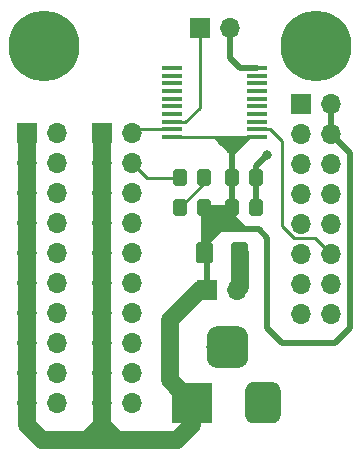
<source format=gbr>
G04 #@! TF.GenerationSoftware,KiCad,Pcbnew,(5.1.0)-1*
G04 #@! TF.CreationDate,2019-05-06T16:05:47+08:00*
G04 #@! TF.ProjectId,rpi0_extern_board,72706930-5f65-4787-9465-726e5f626f61,rev?*
G04 #@! TF.SameCoordinates,Original*
G04 #@! TF.FileFunction,Copper,L1,Top*
G04 #@! TF.FilePolarity,Positive*
%FSLAX46Y46*%
G04 Gerber Fmt 4.6, Leading zero omitted, Abs format (unit mm)*
G04 Created by KiCad (PCBNEW (5.1.0)-1) date 2019-05-06 16:05:47*
%MOMM*%
%LPD*%
G04 APERTURE LIST*
%ADD10C,0.100000*%
%ADD11C,1.150000*%
%ADD12C,3.500000*%
%ADD13C,3.000000*%
%ADD14R,3.500000X3.500000*%
%ADD15O,1.700000X1.700000*%
%ADD16R,1.700000X1.700000*%
%ADD17C,1.425000*%
%ADD18R,1.750000X0.450000*%
%ADD19C,6.000000*%
%ADD20C,0.800000*%
%ADD21C,1.524000*%
%ADD22C,0.508000*%
%ADD23C,0.250000*%
G04 APERTURE END LIST*
D10*
G36*
X117539506Y-64691205D02*
G01*
X117563774Y-64694805D01*
X117587573Y-64700766D01*
X117610672Y-64709031D01*
X117632851Y-64719521D01*
X117653894Y-64732133D01*
X117673600Y-64746748D01*
X117691778Y-64763224D01*
X117708254Y-64781402D01*
X117722869Y-64801108D01*
X117735481Y-64822151D01*
X117745971Y-64844330D01*
X117754236Y-64867429D01*
X117760197Y-64891228D01*
X117763797Y-64915496D01*
X117765001Y-64940000D01*
X117765001Y-65840002D01*
X117763797Y-65864506D01*
X117760197Y-65888774D01*
X117754236Y-65912573D01*
X117745971Y-65935672D01*
X117735481Y-65957851D01*
X117722869Y-65978894D01*
X117708254Y-65998600D01*
X117691778Y-66016778D01*
X117673600Y-66033254D01*
X117653894Y-66047869D01*
X117632851Y-66060481D01*
X117610672Y-66070971D01*
X117587573Y-66079236D01*
X117563774Y-66085197D01*
X117539506Y-66088797D01*
X117515002Y-66090001D01*
X116865000Y-66090001D01*
X116840496Y-66088797D01*
X116816228Y-66085197D01*
X116792429Y-66079236D01*
X116769330Y-66070971D01*
X116747151Y-66060481D01*
X116726108Y-66047869D01*
X116706402Y-66033254D01*
X116688224Y-66016778D01*
X116671748Y-65998600D01*
X116657133Y-65978894D01*
X116644521Y-65957851D01*
X116634031Y-65935672D01*
X116625766Y-65912573D01*
X116619805Y-65888774D01*
X116616205Y-65864506D01*
X116615001Y-65840002D01*
X116615001Y-64940000D01*
X116616205Y-64915496D01*
X116619805Y-64891228D01*
X116625766Y-64867429D01*
X116634031Y-64844330D01*
X116644521Y-64822151D01*
X116657133Y-64801108D01*
X116671748Y-64781402D01*
X116688224Y-64763224D01*
X116706402Y-64746748D01*
X116726108Y-64732133D01*
X116747151Y-64719521D01*
X116769330Y-64709031D01*
X116792429Y-64700766D01*
X116816228Y-64694805D01*
X116840496Y-64691205D01*
X116865000Y-64690001D01*
X117515002Y-64690001D01*
X117539506Y-64691205D01*
X117539506Y-64691205D01*
G37*
D11*
X117190001Y-65390001D03*
D10*
G36*
X115489506Y-64691205D02*
G01*
X115513774Y-64694805D01*
X115537573Y-64700766D01*
X115560672Y-64709031D01*
X115582851Y-64719521D01*
X115603894Y-64732133D01*
X115623600Y-64746748D01*
X115641778Y-64763224D01*
X115658254Y-64781402D01*
X115672869Y-64801108D01*
X115685481Y-64822151D01*
X115695971Y-64844330D01*
X115704236Y-64867429D01*
X115710197Y-64891228D01*
X115713797Y-64915496D01*
X115715001Y-64940000D01*
X115715001Y-65840002D01*
X115713797Y-65864506D01*
X115710197Y-65888774D01*
X115704236Y-65912573D01*
X115695971Y-65935672D01*
X115685481Y-65957851D01*
X115672869Y-65978894D01*
X115658254Y-65998600D01*
X115641778Y-66016778D01*
X115623600Y-66033254D01*
X115603894Y-66047869D01*
X115582851Y-66060481D01*
X115560672Y-66070971D01*
X115537573Y-66079236D01*
X115513774Y-66085197D01*
X115489506Y-66088797D01*
X115465002Y-66090001D01*
X114815000Y-66090001D01*
X114790496Y-66088797D01*
X114766228Y-66085197D01*
X114742429Y-66079236D01*
X114719330Y-66070971D01*
X114697151Y-66060481D01*
X114676108Y-66047869D01*
X114656402Y-66033254D01*
X114638224Y-66016778D01*
X114621748Y-65998600D01*
X114607133Y-65978894D01*
X114594521Y-65957851D01*
X114584031Y-65935672D01*
X114575766Y-65912573D01*
X114569805Y-65888774D01*
X114566205Y-65864506D01*
X114565001Y-65840002D01*
X114565001Y-64940000D01*
X114566205Y-64915496D01*
X114569805Y-64891228D01*
X114575766Y-64867429D01*
X114584031Y-64844330D01*
X114594521Y-64822151D01*
X114607133Y-64801108D01*
X114621748Y-64781402D01*
X114638224Y-64763224D01*
X114656402Y-64746748D01*
X114676108Y-64732133D01*
X114697151Y-64719521D01*
X114719330Y-64709031D01*
X114742429Y-64700766D01*
X114766228Y-64694805D01*
X114790496Y-64691205D01*
X114815000Y-64690001D01*
X115465002Y-64690001D01*
X115489506Y-64691205D01*
X115489506Y-64691205D01*
G37*
D11*
X115140001Y-65390001D03*
D10*
G36*
X115489506Y-67246204D02*
G01*
X115513774Y-67249804D01*
X115537573Y-67255765D01*
X115560672Y-67264030D01*
X115582851Y-67274520D01*
X115603894Y-67287132D01*
X115623600Y-67301747D01*
X115641778Y-67318223D01*
X115658254Y-67336401D01*
X115672869Y-67356107D01*
X115685481Y-67377150D01*
X115695971Y-67399329D01*
X115704236Y-67422428D01*
X115710197Y-67446227D01*
X115713797Y-67470495D01*
X115715001Y-67494999D01*
X115715001Y-68395001D01*
X115713797Y-68419505D01*
X115710197Y-68443773D01*
X115704236Y-68467572D01*
X115695971Y-68490671D01*
X115685481Y-68512850D01*
X115672869Y-68533893D01*
X115658254Y-68553599D01*
X115641778Y-68571777D01*
X115623600Y-68588253D01*
X115603894Y-68602868D01*
X115582851Y-68615480D01*
X115560672Y-68625970D01*
X115537573Y-68634235D01*
X115513774Y-68640196D01*
X115489506Y-68643796D01*
X115465002Y-68645000D01*
X114815000Y-68645000D01*
X114790496Y-68643796D01*
X114766228Y-68640196D01*
X114742429Y-68634235D01*
X114719330Y-68625970D01*
X114697151Y-68615480D01*
X114676108Y-68602868D01*
X114656402Y-68588253D01*
X114638224Y-68571777D01*
X114621748Y-68553599D01*
X114607133Y-68533893D01*
X114594521Y-68512850D01*
X114584031Y-68490671D01*
X114575766Y-68467572D01*
X114569805Y-68443773D01*
X114566205Y-68419505D01*
X114565001Y-68395001D01*
X114565001Y-67494999D01*
X114566205Y-67470495D01*
X114569805Y-67446227D01*
X114575766Y-67422428D01*
X114584031Y-67399329D01*
X114594521Y-67377150D01*
X114607133Y-67356107D01*
X114621748Y-67336401D01*
X114638224Y-67318223D01*
X114656402Y-67301747D01*
X114676108Y-67287132D01*
X114697151Y-67274520D01*
X114719330Y-67264030D01*
X114742429Y-67255765D01*
X114766228Y-67249804D01*
X114790496Y-67246204D01*
X114815000Y-67245000D01*
X115465002Y-67245000D01*
X115489506Y-67246204D01*
X115489506Y-67246204D01*
G37*
D11*
X115140001Y-67945000D03*
D10*
G36*
X117539506Y-67246204D02*
G01*
X117563774Y-67249804D01*
X117587573Y-67255765D01*
X117610672Y-67264030D01*
X117632851Y-67274520D01*
X117653894Y-67287132D01*
X117673600Y-67301747D01*
X117691778Y-67318223D01*
X117708254Y-67336401D01*
X117722869Y-67356107D01*
X117735481Y-67377150D01*
X117745971Y-67399329D01*
X117754236Y-67422428D01*
X117760197Y-67446227D01*
X117763797Y-67470495D01*
X117765001Y-67494999D01*
X117765001Y-68395001D01*
X117763797Y-68419505D01*
X117760197Y-68443773D01*
X117754236Y-68467572D01*
X117745971Y-68490671D01*
X117735481Y-68512850D01*
X117722869Y-68533893D01*
X117708254Y-68553599D01*
X117691778Y-68571777D01*
X117673600Y-68588253D01*
X117653894Y-68602868D01*
X117632851Y-68615480D01*
X117610672Y-68625970D01*
X117587573Y-68634235D01*
X117563774Y-68640196D01*
X117539506Y-68643796D01*
X117515002Y-68645000D01*
X116865000Y-68645000D01*
X116840496Y-68643796D01*
X116816228Y-68640196D01*
X116792429Y-68634235D01*
X116769330Y-68625970D01*
X116747151Y-68615480D01*
X116726108Y-68602868D01*
X116706402Y-68588253D01*
X116688224Y-68571777D01*
X116671748Y-68553599D01*
X116657133Y-68533893D01*
X116644521Y-68512850D01*
X116634031Y-68490671D01*
X116625766Y-68467572D01*
X116619805Y-68443773D01*
X116616205Y-68419505D01*
X116615001Y-68395001D01*
X116615001Y-67494999D01*
X116616205Y-67470495D01*
X116619805Y-67446227D01*
X116625766Y-67422428D01*
X116634031Y-67399329D01*
X116644521Y-67377150D01*
X116657133Y-67356107D01*
X116671748Y-67336401D01*
X116688224Y-67318223D01*
X116706402Y-67301747D01*
X116726108Y-67287132D01*
X116747151Y-67274520D01*
X116769330Y-67264030D01*
X116792429Y-67255765D01*
X116816228Y-67249804D01*
X116840496Y-67246204D01*
X116865000Y-67245000D01*
X117515002Y-67245000D01*
X117539506Y-67246204D01*
X117539506Y-67246204D01*
G37*
D11*
X117190001Y-67945000D03*
D10*
G36*
X115720765Y-78009213D02*
G01*
X115805704Y-78021813D01*
X115888999Y-78042677D01*
X115969848Y-78071605D01*
X116047472Y-78108319D01*
X116121124Y-78152464D01*
X116190094Y-78203616D01*
X116253718Y-78261282D01*
X116311384Y-78324906D01*
X116362536Y-78393876D01*
X116406681Y-78467528D01*
X116443395Y-78545152D01*
X116472323Y-78626001D01*
X116493187Y-78709296D01*
X116505787Y-78794235D01*
X116510000Y-78880000D01*
X116510000Y-80630000D01*
X116505787Y-80715765D01*
X116493187Y-80800704D01*
X116472323Y-80883999D01*
X116443395Y-80964848D01*
X116406681Y-81042472D01*
X116362536Y-81116124D01*
X116311384Y-81185094D01*
X116253718Y-81248718D01*
X116190094Y-81306384D01*
X116121124Y-81357536D01*
X116047472Y-81401681D01*
X115969848Y-81438395D01*
X115888999Y-81467323D01*
X115805704Y-81488187D01*
X115720765Y-81500787D01*
X115635000Y-81505000D01*
X113885000Y-81505000D01*
X113799235Y-81500787D01*
X113714296Y-81488187D01*
X113631001Y-81467323D01*
X113550152Y-81438395D01*
X113472528Y-81401681D01*
X113398876Y-81357536D01*
X113329906Y-81306384D01*
X113266282Y-81248718D01*
X113208616Y-81185094D01*
X113157464Y-81116124D01*
X113113319Y-81042472D01*
X113076605Y-80964848D01*
X113047677Y-80883999D01*
X113026813Y-80800704D01*
X113014213Y-80715765D01*
X113010000Y-80630000D01*
X113010000Y-78880000D01*
X113014213Y-78794235D01*
X113026813Y-78709296D01*
X113047677Y-78626001D01*
X113076605Y-78545152D01*
X113113319Y-78467528D01*
X113157464Y-78393876D01*
X113208616Y-78324906D01*
X113266282Y-78261282D01*
X113329906Y-78203616D01*
X113398876Y-78152464D01*
X113472528Y-78108319D01*
X113550152Y-78071605D01*
X113631001Y-78042677D01*
X113714296Y-78021813D01*
X113799235Y-78009213D01*
X113885000Y-78005000D01*
X115635000Y-78005000D01*
X115720765Y-78009213D01*
X115720765Y-78009213D01*
G37*
D12*
X114760000Y-79755000D03*
D10*
G36*
X118583513Y-82708611D02*
G01*
X118656318Y-82719411D01*
X118727714Y-82737295D01*
X118797013Y-82762090D01*
X118863548Y-82793559D01*
X118926678Y-82831398D01*
X118985795Y-82875242D01*
X119040330Y-82924670D01*
X119089758Y-82979205D01*
X119133602Y-83038322D01*
X119171441Y-83101452D01*
X119202910Y-83167987D01*
X119227705Y-83237286D01*
X119245589Y-83308682D01*
X119256389Y-83381487D01*
X119260000Y-83455000D01*
X119260000Y-85455000D01*
X119256389Y-85528513D01*
X119245589Y-85601318D01*
X119227705Y-85672714D01*
X119202910Y-85742013D01*
X119171441Y-85808548D01*
X119133602Y-85871678D01*
X119089758Y-85930795D01*
X119040330Y-85985330D01*
X118985795Y-86034758D01*
X118926678Y-86078602D01*
X118863548Y-86116441D01*
X118797013Y-86147910D01*
X118727714Y-86172705D01*
X118656318Y-86190589D01*
X118583513Y-86201389D01*
X118510000Y-86205000D01*
X117010000Y-86205000D01*
X116936487Y-86201389D01*
X116863682Y-86190589D01*
X116792286Y-86172705D01*
X116722987Y-86147910D01*
X116656452Y-86116441D01*
X116593322Y-86078602D01*
X116534205Y-86034758D01*
X116479670Y-85985330D01*
X116430242Y-85930795D01*
X116386398Y-85871678D01*
X116348559Y-85808548D01*
X116317090Y-85742013D01*
X116292295Y-85672714D01*
X116274411Y-85601318D01*
X116263611Y-85528513D01*
X116260000Y-85455000D01*
X116260000Y-83455000D01*
X116263611Y-83381487D01*
X116274411Y-83308682D01*
X116292295Y-83237286D01*
X116317090Y-83167987D01*
X116348559Y-83101452D01*
X116386398Y-83038322D01*
X116430242Y-82979205D01*
X116479670Y-82924670D01*
X116534205Y-82875242D01*
X116593322Y-82831398D01*
X116656452Y-82793559D01*
X116722987Y-82762090D01*
X116792286Y-82737295D01*
X116863682Y-82719411D01*
X116936487Y-82708611D01*
X117010000Y-82705000D01*
X118510000Y-82705000D01*
X118583513Y-82708611D01*
X118583513Y-82708611D01*
G37*
D13*
X117760000Y-84455000D03*
D14*
X111760000Y-84455000D03*
D10*
G36*
X111084505Y-64706204D02*
G01*
X111108773Y-64709804D01*
X111132572Y-64715765D01*
X111155671Y-64724030D01*
X111177850Y-64734520D01*
X111198893Y-64747132D01*
X111218599Y-64761747D01*
X111236777Y-64778223D01*
X111253253Y-64796401D01*
X111267868Y-64816107D01*
X111280480Y-64837150D01*
X111290970Y-64859329D01*
X111299235Y-64882428D01*
X111305196Y-64906227D01*
X111308796Y-64930495D01*
X111310000Y-64954999D01*
X111310000Y-65855001D01*
X111308796Y-65879505D01*
X111305196Y-65903773D01*
X111299235Y-65927572D01*
X111290970Y-65950671D01*
X111280480Y-65972850D01*
X111267868Y-65993893D01*
X111253253Y-66013599D01*
X111236777Y-66031777D01*
X111218599Y-66048253D01*
X111198893Y-66062868D01*
X111177850Y-66075480D01*
X111155671Y-66085970D01*
X111132572Y-66094235D01*
X111108773Y-66100196D01*
X111084505Y-66103796D01*
X111060001Y-66105000D01*
X110409999Y-66105000D01*
X110385495Y-66103796D01*
X110361227Y-66100196D01*
X110337428Y-66094235D01*
X110314329Y-66085970D01*
X110292150Y-66075480D01*
X110271107Y-66062868D01*
X110251401Y-66048253D01*
X110233223Y-66031777D01*
X110216747Y-66013599D01*
X110202132Y-65993893D01*
X110189520Y-65972850D01*
X110179030Y-65950671D01*
X110170765Y-65927572D01*
X110164804Y-65903773D01*
X110161204Y-65879505D01*
X110160000Y-65855001D01*
X110160000Y-64954999D01*
X110161204Y-64930495D01*
X110164804Y-64906227D01*
X110170765Y-64882428D01*
X110179030Y-64859329D01*
X110189520Y-64837150D01*
X110202132Y-64816107D01*
X110216747Y-64796401D01*
X110233223Y-64778223D01*
X110251401Y-64761747D01*
X110271107Y-64747132D01*
X110292150Y-64734520D01*
X110314329Y-64724030D01*
X110337428Y-64715765D01*
X110361227Y-64709804D01*
X110385495Y-64706204D01*
X110409999Y-64705000D01*
X111060001Y-64705000D01*
X111084505Y-64706204D01*
X111084505Y-64706204D01*
G37*
D11*
X110735000Y-65405000D03*
D10*
G36*
X113134505Y-64706204D02*
G01*
X113158773Y-64709804D01*
X113182572Y-64715765D01*
X113205671Y-64724030D01*
X113227850Y-64734520D01*
X113248893Y-64747132D01*
X113268599Y-64761747D01*
X113286777Y-64778223D01*
X113303253Y-64796401D01*
X113317868Y-64816107D01*
X113330480Y-64837150D01*
X113340970Y-64859329D01*
X113349235Y-64882428D01*
X113355196Y-64906227D01*
X113358796Y-64930495D01*
X113360000Y-64954999D01*
X113360000Y-65855001D01*
X113358796Y-65879505D01*
X113355196Y-65903773D01*
X113349235Y-65927572D01*
X113340970Y-65950671D01*
X113330480Y-65972850D01*
X113317868Y-65993893D01*
X113303253Y-66013599D01*
X113286777Y-66031777D01*
X113268599Y-66048253D01*
X113248893Y-66062868D01*
X113227850Y-66075480D01*
X113205671Y-66085970D01*
X113182572Y-66094235D01*
X113158773Y-66100196D01*
X113134505Y-66103796D01*
X113110001Y-66105000D01*
X112459999Y-66105000D01*
X112435495Y-66103796D01*
X112411227Y-66100196D01*
X112387428Y-66094235D01*
X112364329Y-66085970D01*
X112342150Y-66075480D01*
X112321107Y-66062868D01*
X112301401Y-66048253D01*
X112283223Y-66031777D01*
X112266747Y-66013599D01*
X112252132Y-65993893D01*
X112239520Y-65972850D01*
X112229030Y-65950671D01*
X112220765Y-65927572D01*
X112214804Y-65903773D01*
X112211204Y-65879505D01*
X112210000Y-65855001D01*
X112210000Y-64954999D01*
X112211204Y-64930495D01*
X112214804Y-64906227D01*
X112220765Y-64882428D01*
X112229030Y-64859329D01*
X112239520Y-64837150D01*
X112252132Y-64816107D01*
X112266747Y-64796401D01*
X112283223Y-64778223D01*
X112301401Y-64761747D01*
X112321107Y-64747132D01*
X112342150Y-64734520D01*
X112364329Y-64724030D01*
X112387428Y-64715765D01*
X112411227Y-64709804D01*
X112435495Y-64706204D01*
X112459999Y-64705000D01*
X113110001Y-64705000D01*
X113134505Y-64706204D01*
X113134505Y-64706204D01*
G37*
D11*
X112785000Y-65405000D03*
D10*
G36*
X113134505Y-67246204D02*
G01*
X113158773Y-67249804D01*
X113182572Y-67255765D01*
X113205671Y-67264030D01*
X113227850Y-67274520D01*
X113248893Y-67287132D01*
X113268599Y-67301747D01*
X113286777Y-67318223D01*
X113303253Y-67336401D01*
X113317868Y-67356107D01*
X113330480Y-67377150D01*
X113340970Y-67399329D01*
X113349235Y-67422428D01*
X113355196Y-67446227D01*
X113358796Y-67470495D01*
X113360000Y-67494999D01*
X113360000Y-68395001D01*
X113358796Y-68419505D01*
X113355196Y-68443773D01*
X113349235Y-68467572D01*
X113340970Y-68490671D01*
X113330480Y-68512850D01*
X113317868Y-68533893D01*
X113303253Y-68553599D01*
X113286777Y-68571777D01*
X113268599Y-68588253D01*
X113248893Y-68602868D01*
X113227850Y-68615480D01*
X113205671Y-68625970D01*
X113182572Y-68634235D01*
X113158773Y-68640196D01*
X113134505Y-68643796D01*
X113110001Y-68645000D01*
X112459999Y-68645000D01*
X112435495Y-68643796D01*
X112411227Y-68640196D01*
X112387428Y-68634235D01*
X112364329Y-68625970D01*
X112342150Y-68615480D01*
X112321107Y-68602868D01*
X112301401Y-68588253D01*
X112283223Y-68571777D01*
X112266747Y-68553599D01*
X112252132Y-68533893D01*
X112239520Y-68512850D01*
X112229030Y-68490671D01*
X112220765Y-68467572D01*
X112214804Y-68443773D01*
X112211204Y-68419505D01*
X112210000Y-68395001D01*
X112210000Y-67494999D01*
X112211204Y-67470495D01*
X112214804Y-67446227D01*
X112220765Y-67422428D01*
X112229030Y-67399329D01*
X112239520Y-67377150D01*
X112252132Y-67356107D01*
X112266747Y-67336401D01*
X112283223Y-67318223D01*
X112301401Y-67301747D01*
X112321107Y-67287132D01*
X112342150Y-67274520D01*
X112364329Y-67264030D01*
X112387428Y-67255765D01*
X112411227Y-67249804D01*
X112435495Y-67246204D01*
X112459999Y-67245000D01*
X113110001Y-67245000D01*
X113134505Y-67246204D01*
X113134505Y-67246204D01*
G37*
D11*
X112785000Y-67945000D03*
D10*
G36*
X111084505Y-67246204D02*
G01*
X111108773Y-67249804D01*
X111132572Y-67255765D01*
X111155671Y-67264030D01*
X111177850Y-67274520D01*
X111198893Y-67287132D01*
X111218599Y-67301747D01*
X111236777Y-67318223D01*
X111253253Y-67336401D01*
X111267868Y-67356107D01*
X111280480Y-67377150D01*
X111290970Y-67399329D01*
X111299235Y-67422428D01*
X111305196Y-67446227D01*
X111308796Y-67470495D01*
X111310000Y-67494999D01*
X111310000Y-68395001D01*
X111308796Y-68419505D01*
X111305196Y-68443773D01*
X111299235Y-68467572D01*
X111290970Y-68490671D01*
X111280480Y-68512850D01*
X111267868Y-68533893D01*
X111253253Y-68553599D01*
X111236777Y-68571777D01*
X111218599Y-68588253D01*
X111198893Y-68602868D01*
X111177850Y-68615480D01*
X111155671Y-68625970D01*
X111132572Y-68634235D01*
X111108773Y-68640196D01*
X111084505Y-68643796D01*
X111060001Y-68645000D01*
X110409999Y-68645000D01*
X110385495Y-68643796D01*
X110361227Y-68640196D01*
X110337428Y-68634235D01*
X110314329Y-68625970D01*
X110292150Y-68615480D01*
X110271107Y-68602868D01*
X110251401Y-68588253D01*
X110233223Y-68571777D01*
X110216747Y-68553599D01*
X110202132Y-68533893D01*
X110189520Y-68512850D01*
X110179030Y-68490671D01*
X110170765Y-68467572D01*
X110164804Y-68443773D01*
X110161204Y-68419505D01*
X110160000Y-68395001D01*
X110160000Y-67494999D01*
X110161204Y-67470495D01*
X110164804Y-67446227D01*
X110170765Y-67422428D01*
X110179030Y-67399329D01*
X110189520Y-67377150D01*
X110202132Y-67356107D01*
X110216747Y-67336401D01*
X110233223Y-67318223D01*
X110251401Y-67301747D01*
X110271107Y-67287132D01*
X110292150Y-67274520D01*
X110314329Y-67264030D01*
X110337428Y-67255765D01*
X110361227Y-67249804D01*
X110385495Y-67246204D01*
X110409999Y-67245000D01*
X111060001Y-67245000D01*
X111084505Y-67246204D01*
X111084505Y-67246204D01*
G37*
D11*
X110735000Y-67945000D03*
D15*
X106680000Y-84455000D03*
X104140000Y-84455000D03*
X106680000Y-81915000D03*
X104140000Y-81915000D03*
X106680000Y-79375000D03*
X104140000Y-79375000D03*
X106680000Y-76835000D03*
X104140000Y-76835000D03*
X106680000Y-74295000D03*
X104140000Y-74295000D03*
X106680000Y-71755000D03*
X104140000Y-71755000D03*
X106680000Y-69215000D03*
X104140000Y-69215000D03*
X106680000Y-66675000D03*
X104140000Y-66675000D03*
X106680000Y-64135000D03*
X104140000Y-64135000D03*
X106680000Y-61595000D03*
D16*
X104140000Y-61595000D03*
D15*
X100330000Y-84455000D03*
X97790000Y-84455000D03*
X100330000Y-81915000D03*
X97790000Y-81915000D03*
X100330000Y-79375000D03*
X97790000Y-79375000D03*
X100330000Y-76835000D03*
X97790000Y-76835000D03*
X100330000Y-74295000D03*
X97790000Y-74295000D03*
X100330000Y-71755000D03*
X97790000Y-71755000D03*
X100330000Y-69215000D03*
X97790000Y-69215000D03*
X100330000Y-66675000D03*
X97790000Y-66675000D03*
X100330000Y-64135000D03*
X97790000Y-64135000D03*
X100330000Y-61595000D03*
D16*
X97790000Y-61595000D03*
D10*
G36*
X116274504Y-70881204D02*
G01*
X116298773Y-70884804D01*
X116322571Y-70890765D01*
X116345671Y-70899030D01*
X116367849Y-70909520D01*
X116388893Y-70922133D01*
X116408598Y-70936747D01*
X116426777Y-70953223D01*
X116443253Y-70971402D01*
X116457867Y-70991107D01*
X116470480Y-71012151D01*
X116480970Y-71034329D01*
X116489235Y-71057429D01*
X116495196Y-71081227D01*
X116498796Y-71105496D01*
X116500000Y-71130000D01*
X116500000Y-72380000D01*
X116498796Y-72404504D01*
X116495196Y-72428773D01*
X116489235Y-72452571D01*
X116480970Y-72475671D01*
X116470480Y-72497849D01*
X116457867Y-72518893D01*
X116443253Y-72538598D01*
X116426777Y-72556777D01*
X116408598Y-72573253D01*
X116388893Y-72587867D01*
X116367849Y-72600480D01*
X116345671Y-72610970D01*
X116322571Y-72619235D01*
X116298773Y-72625196D01*
X116274504Y-72628796D01*
X116250000Y-72630000D01*
X115325000Y-72630000D01*
X115300496Y-72628796D01*
X115276227Y-72625196D01*
X115252429Y-72619235D01*
X115229329Y-72610970D01*
X115207151Y-72600480D01*
X115186107Y-72587867D01*
X115166402Y-72573253D01*
X115148223Y-72556777D01*
X115131747Y-72538598D01*
X115117133Y-72518893D01*
X115104520Y-72497849D01*
X115094030Y-72475671D01*
X115085765Y-72452571D01*
X115079804Y-72428773D01*
X115076204Y-72404504D01*
X115075000Y-72380000D01*
X115075000Y-71130000D01*
X115076204Y-71105496D01*
X115079804Y-71081227D01*
X115085765Y-71057429D01*
X115094030Y-71034329D01*
X115104520Y-71012151D01*
X115117133Y-70991107D01*
X115131747Y-70971402D01*
X115148223Y-70953223D01*
X115166402Y-70936747D01*
X115186107Y-70922133D01*
X115207151Y-70909520D01*
X115229329Y-70899030D01*
X115252429Y-70890765D01*
X115276227Y-70884804D01*
X115300496Y-70881204D01*
X115325000Y-70880000D01*
X116250000Y-70880000D01*
X116274504Y-70881204D01*
X116274504Y-70881204D01*
G37*
D17*
X115787500Y-71755000D03*
D10*
G36*
X113299504Y-70881204D02*
G01*
X113323773Y-70884804D01*
X113347571Y-70890765D01*
X113370671Y-70899030D01*
X113392849Y-70909520D01*
X113413893Y-70922133D01*
X113433598Y-70936747D01*
X113451777Y-70953223D01*
X113468253Y-70971402D01*
X113482867Y-70991107D01*
X113495480Y-71012151D01*
X113505970Y-71034329D01*
X113514235Y-71057429D01*
X113520196Y-71081227D01*
X113523796Y-71105496D01*
X113525000Y-71130000D01*
X113525000Y-72380000D01*
X113523796Y-72404504D01*
X113520196Y-72428773D01*
X113514235Y-72452571D01*
X113505970Y-72475671D01*
X113495480Y-72497849D01*
X113482867Y-72518893D01*
X113468253Y-72538598D01*
X113451777Y-72556777D01*
X113433598Y-72573253D01*
X113413893Y-72587867D01*
X113392849Y-72600480D01*
X113370671Y-72610970D01*
X113347571Y-72619235D01*
X113323773Y-72625196D01*
X113299504Y-72628796D01*
X113275000Y-72630000D01*
X112350000Y-72630000D01*
X112325496Y-72628796D01*
X112301227Y-72625196D01*
X112277429Y-72619235D01*
X112254329Y-72610970D01*
X112232151Y-72600480D01*
X112211107Y-72587867D01*
X112191402Y-72573253D01*
X112173223Y-72556777D01*
X112156747Y-72538598D01*
X112142133Y-72518893D01*
X112129520Y-72497849D01*
X112119030Y-72475671D01*
X112110765Y-72452571D01*
X112104804Y-72428773D01*
X112101204Y-72404504D01*
X112100000Y-72380000D01*
X112100000Y-71130000D01*
X112101204Y-71105496D01*
X112104804Y-71081227D01*
X112110765Y-71057429D01*
X112119030Y-71034329D01*
X112129520Y-71012151D01*
X112142133Y-70991107D01*
X112156747Y-70971402D01*
X112173223Y-70953223D01*
X112191402Y-70936747D01*
X112211107Y-70922133D01*
X112232151Y-70909520D01*
X112254329Y-70899030D01*
X112277429Y-70890765D01*
X112301227Y-70884804D01*
X112325496Y-70881204D01*
X112350000Y-70880000D01*
X113275000Y-70880000D01*
X113299504Y-70881204D01*
X113299504Y-70881204D01*
G37*
D17*
X112812500Y-71755000D03*
D15*
X123500000Y-76950000D03*
X120960000Y-76950000D03*
X123500000Y-74410000D03*
X120960000Y-74410000D03*
X123500000Y-71870000D03*
X120960000Y-71870000D03*
X123500000Y-69330000D03*
X120960000Y-69330000D03*
X123500000Y-66790000D03*
X120960000Y-66790000D03*
X123500000Y-64250000D03*
X120960000Y-64250000D03*
X123500000Y-61710000D03*
X120960000Y-61710000D03*
X123500000Y-59170000D03*
D16*
X120960000Y-59170000D03*
X112395000Y-52705000D03*
D15*
X114935000Y-52705000D03*
D16*
X113030000Y-74930000D03*
D15*
X115570000Y-74930000D03*
D18*
X117265000Y-61980000D03*
X117265000Y-61330000D03*
X117265000Y-60680000D03*
X117265000Y-60030000D03*
X117265000Y-59380000D03*
X117265000Y-58730000D03*
X117265000Y-58080000D03*
X117265000Y-57430000D03*
X117265000Y-56780000D03*
X117265000Y-56130000D03*
X110065000Y-56130000D03*
X110065000Y-56780000D03*
X110065000Y-57430000D03*
X110065000Y-58080000D03*
X110065000Y-58730000D03*
X110065000Y-59380000D03*
X110065000Y-60030000D03*
X110065000Y-60680000D03*
X110065000Y-61330000D03*
X110065000Y-61980000D03*
D19*
X99230000Y-54300000D03*
X122230000Y-54300000D03*
D20*
X118110000Y-63500000D03*
D21*
X115787500Y-74712500D02*
X115570000Y-74930000D01*
X115787500Y-71755000D02*
X115787500Y-74712500D01*
D22*
X114935000Y-52705000D02*
X114935000Y-55245000D01*
X115790999Y-56100999D02*
X116026799Y-56100999D01*
X114935000Y-55245000D02*
X115790999Y-56100999D01*
X116026799Y-56100999D02*
X117265000Y-56100999D01*
D23*
X106945000Y-61330000D02*
X106680000Y-61595000D01*
X110065000Y-61330000D02*
X106945000Y-61330000D01*
X107950000Y-65405000D02*
X106680000Y-64135000D01*
X110735000Y-65405000D02*
X107950000Y-65405000D01*
D22*
X117190001Y-64419999D02*
X118110000Y-63500000D01*
X117190001Y-67945000D02*
X117190001Y-64419999D01*
D23*
X113030000Y-71337500D02*
X112812500Y-71120000D01*
X115140001Y-67945000D02*
X115140001Y-65390001D01*
X116615000Y-61980000D02*
X117265000Y-61980000D01*
X115140001Y-65390001D02*
X115140001Y-63454999D01*
X110065000Y-61980000D02*
X113665002Y-61980000D01*
X116147501Y-62168499D02*
X116336000Y-61980000D01*
X113853501Y-62168499D02*
X116147501Y-62168499D01*
X116336000Y-61980000D02*
X117265000Y-61980000D01*
X113665002Y-61980000D02*
X116336000Y-61980000D01*
X113665002Y-61980000D02*
X113853501Y-62168499D01*
X115957001Y-62358999D02*
X116147501Y-62168499D01*
X114044001Y-62358999D02*
X115957001Y-62358999D01*
X113853501Y-62168499D02*
X114044001Y-62358999D01*
X116045501Y-62549499D02*
X116094500Y-62500500D01*
X116094500Y-62500500D02*
X116615000Y-61980000D01*
X114044001Y-62358999D02*
X114234501Y-62549499D01*
X115695001Y-62739999D02*
X115885501Y-62549499D01*
X114425001Y-62739999D02*
X115695001Y-62739999D01*
X115885501Y-62549499D02*
X116045501Y-62549499D01*
X114234501Y-62549499D02*
X114425001Y-62739999D01*
X115504501Y-62930499D02*
X115695001Y-62739999D01*
X114615501Y-62930499D02*
X115504501Y-62930499D01*
X114425001Y-62739999D02*
X114615501Y-62930499D01*
X115314001Y-63120999D02*
X115504501Y-62930499D01*
X114806001Y-63120999D02*
X115314001Y-63120999D01*
X114615501Y-62930499D02*
X114806001Y-63120999D01*
X115317999Y-63247999D02*
X115332500Y-63262500D01*
X114933001Y-63247999D02*
X115317999Y-63247999D01*
X115332500Y-63262500D02*
X116094500Y-62500500D01*
X115140001Y-63454999D02*
X115332500Y-63262500D01*
X114933001Y-63247999D02*
X115140001Y-63454999D01*
X114806001Y-63120999D02*
X114933001Y-63247999D01*
D21*
X112395000Y-74930000D02*
X113030000Y-74930000D01*
X109855000Y-77470000D02*
X112395000Y-74930000D01*
X111760000Y-84455000D02*
X109855000Y-82550000D01*
X109855000Y-82550000D02*
X109855000Y-77470000D01*
X111760000Y-84455000D02*
X111760000Y-86360000D01*
X111760000Y-86360000D02*
X110490000Y-87630000D01*
X97790000Y-86360000D02*
X97790000Y-84455000D01*
X99060000Y-87630000D02*
X97790000Y-86360000D01*
X104140000Y-86360000D02*
X102870000Y-87630000D01*
X102870000Y-87630000D02*
X99060000Y-87630000D01*
X104140000Y-85725000D02*
X104140000Y-86995000D01*
X104140000Y-84455000D02*
X104140000Y-85725000D01*
X104140000Y-86360000D02*
X105410000Y-87630000D01*
X104140000Y-85725000D02*
X104140000Y-86360000D01*
X110490000Y-87630000D02*
X105410000Y-87630000D01*
X105410000Y-87630000D02*
X102870000Y-87630000D01*
X97790000Y-84455000D02*
X97790000Y-61595000D01*
X104140000Y-84455000D02*
X104140000Y-61595000D01*
D22*
X123500000Y-59170000D02*
X123500000Y-61710000D01*
X114141510Y-69790990D02*
X114082500Y-69850000D01*
X118110000Y-70485000D02*
X117415990Y-69790990D01*
X123500000Y-61710000D02*
X125095000Y-63305000D01*
X125095000Y-63305000D02*
X125095000Y-78105000D01*
X125095000Y-78105000D02*
X123825000Y-79375000D01*
X123825000Y-79375000D02*
X119380000Y-79375000D01*
X119380000Y-79375000D02*
X118110000Y-78105000D01*
X118110000Y-78105000D02*
X118110000Y-70485000D01*
X112812500Y-67972500D02*
X112785000Y-67945000D01*
X112812500Y-71755000D02*
X112812500Y-67972500D01*
X115140001Y-62663997D02*
X115254499Y-62549499D01*
X115140001Y-67945000D02*
X115140001Y-62663997D01*
D23*
X114234501Y-62549499D02*
X115254499Y-62549499D01*
X115254499Y-62549499D02*
X115885501Y-62549499D01*
D22*
X115140001Y-68785001D02*
X116145990Y-69790990D01*
X115140001Y-67945000D02*
X115140001Y-68785001D01*
X117415990Y-69790990D02*
X116145990Y-69790990D01*
X113238750Y-70693750D02*
X112812500Y-71120000D01*
X114082500Y-69850000D02*
X113238750Y-70693750D01*
X115510990Y-69790990D02*
X114141510Y-69790990D01*
X116145990Y-69790990D02*
X115510990Y-69790990D01*
X113238750Y-70276250D02*
X113238750Y-70693750D01*
X113238750Y-70276250D02*
X113238750Y-68788750D01*
X113665000Y-68825000D02*
X112785000Y-67945000D01*
X113665000Y-69850000D02*
X113665000Y-68825000D01*
X113665000Y-69850000D02*
X113238750Y-70276250D01*
X114935000Y-69596000D02*
X115125500Y-69405500D01*
X113919000Y-69596000D02*
X114935000Y-69596000D01*
X115510990Y-69790990D02*
X115125500Y-69405500D01*
X113919000Y-69596000D02*
X113665000Y-69850000D01*
X114173000Y-69215000D02*
X114554000Y-69215000D01*
X113783000Y-68825000D02*
X114173000Y-69215000D01*
X113665000Y-68825000D02*
X113783000Y-68825000D01*
X112785000Y-67945000D02*
X113284000Y-67945000D01*
X113284000Y-67945000D02*
X115140001Y-67945000D01*
X113538000Y-68199000D02*
X113284000Y-67945000D01*
X115140001Y-69293001D02*
X115140001Y-69390999D01*
X114554000Y-68707000D02*
X114554000Y-68326000D01*
X114554000Y-68707000D02*
X115140001Y-69293001D01*
X114427000Y-68199000D02*
X113538000Y-68199000D01*
X114554000Y-68326000D02*
X114427000Y-68199000D01*
X113792000Y-68453000D02*
X114300000Y-68453000D01*
X113792000Y-68453000D02*
X114554000Y-69215000D01*
X113538000Y-68199000D02*
X113792000Y-68453000D01*
X115140001Y-69390999D02*
X115140001Y-67945000D01*
X114935000Y-69596000D02*
X115140001Y-69390999D01*
X114516629Y-68998371D02*
X114681000Y-68834000D01*
X114516629Y-69177629D02*
X114516629Y-68998371D01*
X114554000Y-69215000D02*
X114516629Y-69177629D01*
X114300000Y-68453000D02*
X114681000Y-68834000D01*
X114681000Y-68834000D02*
X115140001Y-69293001D01*
X113030000Y-71972500D02*
X112812500Y-71755000D01*
X113030000Y-74930000D02*
X113030000Y-71972500D01*
D23*
X112785000Y-65895000D02*
X112785000Y-65405000D01*
X110735000Y-67945000D02*
X112785000Y-65895000D01*
X122135001Y-70505001D02*
X123500000Y-71870000D01*
X120395999Y-70505001D02*
X122135001Y-70505001D01*
X119380000Y-69489002D02*
X120395999Y-70505001D01*
X119380000Y-62320000D02*
X119380000Y-69489002D01*
X117265000Y-61330000D02*
X118390000Y-61330000D01*
X118390000Y-61330000D02*
X119380000Y-62320000D01*
X112395000Y-53805000D02*
X112395000Y-52705000D01*
X112395000Y-59475000D02*
X112395000Y-53805000D01*
X111190000Y-60680000D02*
X112395000Y-59475000D01*
X110065000Y-60680000D02*
X111190000Y-60680000D01*
M02*

</source>
